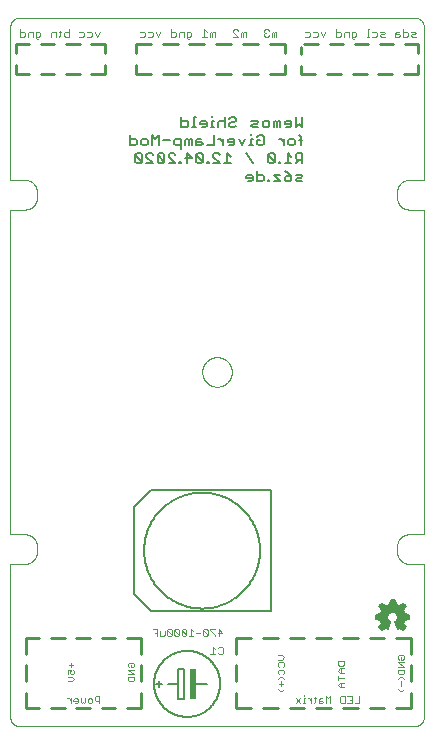
<source format=gbo>
G75*
%MOIN*%
%OFA0B0*%
%FSLAX25Y25*%
%IPPOS*%
%LPD*%
%AMOC8*
5,1,8,0,0,1.08239X$1,22.5*
%
%ADD10C,0.00400*%
%ADD11C,0.00000*%
%ADD12C,0.00600*%
%ADD13C,0.01000*%
%ADD14R,0.02000X0.10000*%
%ADD15C,0.00800*%
D10*
X0039732Y0010700D02*
X0039732Y0012168D01*
X0038998Y0012168D02*
X0038631Y0012168D01*
X0038998Y0012168D02*
X0039732Y0011434D01*
X0040658Y0011434D02*
X0042126Y0011434D01*
X0042126Y0011801D02*
X0041759Y0012168D01*
X0041025Y0012168D01*
X0040658Y0011801D01*
X0040658Y0011434D01*
X0041025Y0010700D02*
X0041759Y0010700D01*
X0042126Y0011067D01*
X0042126Y0011801D01*
X0043052Y0012168D02*
X0043052Y0011067D01*
X0043419Y0010700D01*
X0043786Y0011067D01*
X0044153Y0010700D01*
X0044520Y0011067D01*
X0044520Y0012168D01*
X0045446Y0011801D02*
X0045446Y0011067D01*
X0045813Y0010700D01*
X0046547Y0010700D01*
X0046914Y0011067D01*
X0046914Y0011801D01*
X0046547Y0012168D01*
X0045813Y0012168D01*
X0045446Y0011801D01*
X0047840Y0011801D02*
X0048207Y0011434D01*
X0049308Y0011434D01*
X0049308Y0010700D02*
X0049308Y0012902D01*
X0048207Y0012902D01*
X0047840Y0012535D01*
X0047840Y0011801D01*
X0040908Y0018578D02*
X0040174Y0017844D01*
X0038706Y0017844D01*
X0038706Y0019312D02*
X0040174Y0019312D01*
X0040908Y0018578D01*
X0040541Y0020238D02*
X0040908Y0020605D01*
X0040908Y0021339D01*
X0040541Y0021706D01*
X0039807Y0021706D02*
X0039440Y0020972D01*
X0039440Y0020605D01*
X0039807Y0020238D01*
X0040541Y0020238D01*
X0039807Y0021706D02*
X0038706Y0021706D01*
X0038706Y0020238D01*
X0039807Y0022632D02*
X0039807Y0024100D01*
X0039073Y0023366D02*
X0040541Y0023366D01*
X0058706Y0023733D02*
X0059073Y0024100D01*
X0060541Y0024100D01*
X0060908Y0023733D01*
X0060908Y0022999D01*
X0060541Y0022632D01*
X0059807Y0022632D01*
X0059807Y0023366D01*
X0059073Y0022632D02*
X0058706Y0022999D01*
X0058706Y0023733D01*
X0058706Y0021706D02*
X0060908Y0020238D01*
X0058706Y0020238D01*
X0058706Y0019312D02*
X0058706Y0018211D01*
X0059073Y0017844D01*
X0060541Y0017844D01*
X0060908Y0018211D01*
X0060908Y0019312D01*
X0058706Y0019312D01*
X0058706Y0021706D02*
X0060908Y0021706D01*
X0068602Y0033050D02*
X0068602Y0035252D01*
X0067134Y0035252D01*
X0067868Y0034151D02*
X0068602Y0034151D01*
X0069528Y0034518D02*
X0069528Y0033050D01*
X0070629Y0033050D01*
X0070996Y0033417D01*
X0070996Y0034518D01*
X0071922Y0034885D02*
X0073390Y0033417D01*
X0073023Y0033050D01*
X0072289Y0033050D01*
X0071922Y0033417D01*
X0071922Y0034885D01*
X0072289Y0035252D01*
X0073023Y0035252D01*
X0073390Y0034885D01*
X0073390Y0033417D01*
X0074316Y0033417D02*
X0074683Y0033050D01*
X0075417Y0033050D01*
X0075784Y0033417D01*
X0074316Y0034885D01*
X0074316Y0033417D01*
X0074316Y0034885D02*
X0074683Y0035252D01*
X0075417Y0035252D01*
X0075784Y0034885D01*
X0075784Y0033417D01*
X0076710Y0033417D02*
X0077077Y0033050D01*
X0077811Y0033050D01*
X0078178Y0033417D01*
X0076710Y0034885D01*
X0076710Y0033417D01*
X0076710Y0034885D02*
X0077077Y0035252D01*
X0077811Y0035252D01*
X0078178Y0034885D01*
X0078178Y0033417D01*
X0079104Y0033050D02*
X0080572Y0033050D01*
X0079838Y0033050D02*
X0079838Y0035252D01*
X0080572Y0034518D01*
X0081499Y0034151D02*
X0082966Y0034151D01*
X0083893Y0034885D02*
X0085360Y0033417D01*
X0084994Y0033050D01*
X0084260Y0033050D01*
X0083893Y0033417D01*
X0083893Y0034885D01*
X0084260Y0035252D01*
X0084994Y0035252D01*
X0085360Y0034885D01*
X0085360Y0033417D01*
X0086287Y0034885D02*
X0087755Y0033417D01*
X0087755Y0033050D01*
X0089048Y0033050D02*
X0089048Y0035252D01*
X0090149Y0034151D01*
X0088681Y0034151D01*
X0087755Y0035252D02*
X0086287Y0035252D01*
X0086287Y0034885D01*
X0087086Y0029352D02*
X0087086Y0026950D01*
X0087886Y0026950D02*
X0086285Y0026950D01*
X0087886Y0028551D02*
X0087086Y0029352D01*
X0088863Y0028952D02*
X0089264Y0029352D01*
X0090064Y0029352D01*
X0090465Y0028952D01*
X0090465Y0027350D01*
X0090064Y0026950D01*
X0089264Y0026950D01*
X0088863Y0027350D01*
X0108706Y0026600D02*
X0110174Y0026600D01*
X0110908Y0025866D01*
X0110174Y0025132D01*
X0108706Y0025132D01*
X0109073Y0024206D02*
X0108706Y0023839D01*
X0108706Y0023105D01*
X0109073Y0022738D01*
X0109073Y0021812D02*
X0108706Y0021445D01*
X0108706Y0020711D01*
X0109073Y0020344D01*
X0109440Y0019418D02*
X0108706Y0018684D01*
X0109440Y0019418D02*
X0110174Y0019418D01*
X0110908Y0018684D01*
X0109807Y0017822D02*
X0109807Y0016354D01*
X0109073Y0017088D02*
X0110541Y0017088D01*
X0110908Y0015428D02*
X0110174Y0014694D01*
X0109440Y0014694D01*
X0108706Y0015428D01*
X0110541Y0020344D02*
X0110908Y0020711D01*
X0110908Y0021445D01*
X0110541Y0021812D01*
X0109073Y0021812D01*
X0110541Y0022738D02*
X0110908Y0023105D01*
X0110908Y0023839D01*
X0110541Y0024206D01*
X0109073Y0024206D01*
X0114789Y0012168D02*
X0116257Y0010700D01*
X0117119Y0010700D02*
X0117853Y0010700D01*
X0117486Y0010700D02*
X0117486Y0012168D01*
X0117853Y0012168D01*
X0117486Y0012902D02*
X0117486Y0013269D01*
X0116257Y0012168D02*
X0114789Y0010700D01*
X0118747Y0012168D02*
X0119114Y0012168D01*
X0119848Y0011434D01*
X0119848Y0010700D02*
X0119848Y0012168D01*
X0120710Y0012168D02*
X0121444Y0012168D01*
X0121077Y0012535D02*
X0121077Y0011067D01*
X0120710Y0010700D01*
X0122370Y0010700D02*
X0122370Y0011801D01*
X0122737Y0012168D01*
X0123471Y0012168D01*
X0123471Y0011434D02*
X0122370Y0011434D01*
X0122370Y0010700D02*
X0123471Y0010700D01*
X0123838Y0011067D01*
X0123471Y0011434D01*
X0124764Y0010700D02*
X0124764Y0012902D01*
X0125498Y0012168D01*
X0126232Y0012902D01*
X0126232Y0010700D01*
X0129552Y0011067D02*
X0129552Y0012535D01*
X0129919Y0012902D01*
X0131020Y0012902D01*
X0131020Y0010700D01*
X0129919Y0010700D01*
X0129552Y0011067D01*
X0131946Y0010700D02*
X0133414Y0010700D01*
X0133414Y0012902D01*
X0131946Y0012902D01*
X0132680Y0011801D02*
X0133414Y0011801D01*
X0134340Y0010700D02*
X0135808Y0010700D01*
X0135808Y0012902D01*
X0130908Y0015950D02*
X0129440Y0015950D01*
X0128706Y0016684D01*
X0129440Y0017418D01*
X0130908Y0017418D01*
X0129807Y0017418D02*
X0129807Y0015950D01*
X0128706Y0018344D02*
X0128706Y0019812D01*
X0128706Y0019078D02*
X0130908Y0019078D01*
X0130908Y0020738D02*
X0129440Y0020738D01*
X0128706Y0021472D01*
X0129440Y0022206D01*
X0130908Y0022206D01*
X0130541Y0023132D02*
X0129073Y0023132D01*
X0128706Y0023499D01*
X0128706Y0024600D01*
X0130908Y0024600D01*
X0130908Y0023499D01*
X0130541Y0023132D01*
X0129807Y0022206D02*
X0129807Y0020738D01*
X0148706Y0020711D02*
X0148706Y0021812D01*
X0150908Y0021812D01*
X0150908Y0020711D01*
X0150541Y0020344D01*
X0149073Y0020344D01*
X0148706Y0020711D01*
X0149440Y0019418D02*
X0148706Y0018684D01*
X0149440Y0019418D02*
X0150174Y0019418D01*
X0150908Y0018684D01*
X0149807Y0017822D02*
X0149807Y0016354D01*
X0148706Y0015428D02*
X0149440Y0014694D01*
X0150174Y0014694D01*
X0150908Y0015428D01*
X0150908Y0022738D02*
X0148706Y0022738D01*
X0148706Y0024206D02*
X0150908Y0022738D01*
X0150908Y0024206D02*
X0148706Y0024206D01*
X0149073Y0025132D02*
X0148706Y0025499D01*
X0148706Y0026233D01*
X0149073Y0026600D01*
X0150541Y0026600D01*
X0150908Y0026233D01*
X0150908Y0025499D01*
X0150541Y0025132D01*
X0149807Y0025132D01*
X0149807Y0025866D01*
X0134157Y0231994D02*
X0133757Y0231994D01*
X0133357Y0232395D01*
X0133357Y0234396D01*
X0134558Y0234396D01*
X0134958Y0233996D01*
X0134958Y0233195D01*
X0134558Y0232795D01*
X0133357Y0232795D01*
X0132380Y0232795D02*
X0132380Y0234396D01*
X0131179Y0234396D01*
X0130778Y0233996D01*
X0130778Y0232795D01*
X0129802Y0233195D02*
X0129802Y0233996D01*
X0129401Y0234396D01*
X0128200Y0234396D01*
X0128200Y0235197D02*
X0128200Y0232795D01*
X0129401Y0232795D01*
X0129802Y0233195D01*
X0124645Y0234396D02*
X0123844Y0232795D01*
X0123044Y0234396D01*
X0122067Y0233996D02*
X0122067Y0233195D01*
X0121667Y0232795D01*
X0120466Y0232795D01*
X0119489Y0233195D02*
X0119489Y0233996D01*
X0119088Y0234396D01*
X0117887Y0234396D01*
X0117887Y0232795D02*
X0119088Y0232795D01*
X0119489Y0233195D01*
X0120466Y0234396D02*
X0121667Y0234396D01*
X0122067Y0233996D01*
X0108318Y0234396D02*
X0108318Y0232795D01*
X0107517Y0232795D02*
X0107517Y0233996D01*
X0107117Y0234396D01*
X0106717Y0233996D01*
X0106717Y0232795D01*
X0105740Y0233195D02*
X0105340Y0232795D01*
X0104539Y0232795D01*
X0104139Y0233195D01*
X0104139Y0233596D01*
X0104539Y0233996D01*
X0104939Y0233996D01*
X0104539Y0233996D02*
X0104139Y0234396D01*
X0104139Y0234797D01*
X0104539Y0235197D01*
X0105340Y0235197D01*
X0105740Y0234797D01*
X0107517Y0233996D02*
X0107918Y0234396D01*
X0108318Y0234396D01*
X0098005Y0234396D02*
X0098005Y0232795D01*
X0097205Y0232795D02*
X0097205Y0233996D01*
X0096804Y0234396D01*
X0096404Y0233996D01*
X0096404Y0232795D01*
X0095427Y0232795D02*
X0093826Y0234396D01*
X0093826Y0234797D01*
X0094226Y0235197D01*
X0095027Y0235197D01*
X0095427Y0234797D01*
X0097205Y0233996D02*
X0097605Y0234396D01*
X0098005Y0234396D01*
X0095427Y0232795D02*
X0093826Y0232795D01*
X0087693Y0232795D02*
X0087693Y0234396D01*
X0087292Y0234396D01*
X0086892Y0233996D01*
X0086492Y0234396D01*
X0086091Y0233996D01*
X0086091Y0232795D01*
X0086892Y0232795D02*
X0086892Y0233996D01*
X0085114Y0234396D02*
X0084314Y0235197D01*
X0084314Y0232795D01*
X0085114Y0232795D02*
X0083513Y0232795D01*
X0079958Y0233195D02*
X0079558Y0232795D01*
X0078357Y0232795D01*
X0078357Y0232395D02*
X0078357Y0234396D01*
X0079558Y0234396D01*
X0079958Y0233996D01*
X0079958Y0233195D01*
X0079157Y0231994D02*
X0078757Y0231994D01*
X0078357Y0232395D01*
X0077380Y0232795D02*
X0077380Y0234396D01*
X0076179Y0234396D01*
X0075778Y0233996D01*
X0075778Y0232795D01*
X0074802Y0233195D02*
X0074802Y0233996D01*
X0074401Y0234396D01*
X0073200Y0234396D01*
X0073200Y0235197D02*
X0073200Y0232795D01*
X0074401Y0232795D01*
X0074802Y0233195D01*
X0069645Y0234396D02*
X0068844Y0232795D01*
X0068044Y0234396D01*
X0067067Y0233996D02*
X0067067Y0233195D01*
X0066667Y0232795D01*
X0065466Y0232795D01*
X0064489Y0233195D02*
X0064088Y0232795D01*
X0062887Y0232795D01*
X0062887Y0234396D02*
X0064088Y0234396D01*
X0064489Y0233996D01*
X0064489Y0233195D01*
X0065466Y0234396D02*
X0066667Y0234396D01*
X0067067Y0233996D01*
X0049411Y0234396D02*
X0048611Y0232795D01*
X0047810Y0234396D01*
X0046833Y0233996D02*
X0046833Y0233195D01*
X0046433Y0232795D01*
X0045232Y0232795D01*
X0044255Y0233195D02*
X0044255Y0233996D01*
X0043855Y0234396D01*
X0042654Y0234396D01*
X0042654Y0232795D02*
X0043855Y0232795D01*
X0044255Y0233195D01*
X0045232Y0234396D02*
X0046433Y0234396D01*
X0046833Y0233996D01*
X0039099Y0234396D02*
X0037898Y0234396D01*
X0037497Y0233996D01*
X0037497Y0233195D01*
X0037898Y0232795D01*
X0039099Y0232795D01*
X0039099Y0235197D01*
X0036520Y0234396D02*
X0035720Y0234396D01*
X0036120Y0234797D02*
X0036120Y0233195D01*
X0035720Y0232795D01*
X0034802Y0232795D02*
X0034802Y0234396D01*
X0033601Y0234396D01*
X0033200Y0233996D01*
X0033200Y0232795D01*
X0029645Y0233195D02*
X0029245Y0232795D01*
X0028044Y0232795D01*
X0028044Y0232395D02*
X0028044Y0234396D01*
X0029245Y0234396D01*
X0029645Y0233996D01*
X0029645Y0233195D01*
X0028844Y0231994D02*
X0028444Y0231994D01*
X0028044Y0232395D01*
X0027067Y0232795D02*
X0027067Y0234396D01*
X0025866Y0234396D01*
X0025466Y0233996D01*
X0025466Y0232795D01*
X0024489Y0233195D02*
X0024489Y0233996D01*
X0024088Y0234396D01*
X0022887Y0234396D01*
X0022887Y0235197D02*
X0022887Y0232795D01*
X0024088Y0232795D01*
X0024489Y0233195D01*
X0138454Y0232795D02*
X0139255Y0232795D01*
X0138855Y0232795D02*
X0138855Y0235197D01*
X0139255Y0235197D01*
X0140232Y0234396D02*
X0141433Y0234396D01*
X0141833Y0233996D01*
X0141833Y0233195D01*
X0141433Y0232795D01*
X0140232Y0232795D01*
X0142810Y0233195D02*
X0143210Y0233596D01*
X0144011Y0233596D01*
X0144411Y0233996D01*
X0144011Y0234396D01*
X0142810Y0234396D01*
X0142810Y0233195D02*
X0143210Y0232795D01*
X0144411Y0232795D01*
X0147966Y0232795D02*
X0149167Y0232795D01*
X0149568Y0233195D01*
X0149167Y0233596D01*
X0147966Y0233596D01*
X0147966Y0233996D02*
X0147966Y0232795D01*
X0147966Y0233996D02*
X0148367Y0234396D01*
X0149167Y0234396D01*
X0150545Y0234396D02*
X0151746Y0234396D01*
X0152146Y0233996D01*
X0152146Y0233195D01*
X0151746Y0232795D01*
X0150545Y0232795D01*
X0150545Y0235197D01*
X0153123Y0234396D02*
X0154324Y0234396D01*
X0154724Y0233996D01*
X0154324Y0233596D01*
X0153523Y0233596D01*
X0153123Y0233195D01*
X0153523Y0232795D01*
X0154724Y0232795D01*
D11*
X0019610Y0057029D02*
X0019610Y0005895D01*
X0019612Y0005788D01*
X0019618Y0005681D01*
X0019627Y0005574D01*
X0019641Y0005468D01*
X0019658Y0005362D01*
X0019679Y0005257D01*
X0019703Y0005153D01*
X0019732Y0005050D01*
X0019764Y0004948D01*
X0019799Y0004847D01*
X0019838Y0004747D01*
X0019881Y0004649D01*
X0019927Y0004552D01*
X0019977Y0004457D01*
X0020030Y0004364D01*
X0020086Y0004273D01*
X0020146Y0004184D01*
X0020208Y0004097D01*
X0020274Y0004013D01*
X0020343Y0003930D01*
X0020414Y0003851D01*
X0020489Y0003774D01*
X0020566Y0003699D01*
X0020645Y0003628D01*
X0020728Y0003559D01*
X0020812Y0003493D01*
X0020899Y0003431D01*
X0020988Y0003371D01*
X0021079Y0003315D01*
X0021172Y0003262D01*
X0021267Y0003212D01*
X0021364Y0003166D01*
X0021462Y0003123D01*
X0021562Y0003084D01*
X0021663Y0003049D01*
X0021765Y0003017D01*
X0021868Y0002988D01*
X0021972Y0002964D01*
X0022077Y0002943D01*
X0022183Y0002926D01*
X0022289Y0002912D01*
X0022396Y0002903D01*
X0022503Y0002897D01*
X0022610Y0002895D01*
X0154406Y0002895D01*
X0154513Y0002897D01*
X0154620Y0002903D01*
X0154727Y0002912D01*
X0154833Y0002926D01*
X0154939Y0002943D01*
X0155044Y0002964D01*
X0155148Y0002988D01*
X0155251Y0003017D01*
X0155353Y0003049D01*
X0155454Y0003084D01*
X0155554Y0003123D01*
X0155652Y0003166D01*
X0155749Y0003212D01*
X0155844Y0003262D01*
X0155937Y0003315D01*
X0156028Y0003371D01*
X0156117Y0003431D01*
X0156204Y0003493D01*
X0156288Y0003559D01*
X0156371Y0003628D01*
X0156450Y0003699D01*
X0156527Y0003774D01*
X0156602Y0003851D01*
X0156673Y0003930D01*
X0156742Y0004013D01*
X0156808Y0004097D01*
X0156870Y0004184D01*
X0156930Y0004273D01*
X0156986Y0004364D01*
X0157039Y0004457D01*
X0157089Y0004552D01*
X0157135Y0004649D01*
X0157178Y0004747D01*
X0157217Y0004847D01*
X0157252Y0004948D01*
X0157284Y0005050D01*
X0157313Y0005153D01*
X0157337Y0005257D01*
X0157358Y0005362D01*
X0157375Y0005468D01*
X0157389Y0005574D01*
X0157398Y0005681D01*
X0157404Y0005788D01*
X0157406Y0005895D01*
X0157406Y0057029D01*
X0152485Y0057029D01*
X0152361Y0057031D01*
X0152238Y0057037D01*
X0152114Y0057046D01*
X0151992Y0057060D01*
X0151869Y0057077D01*
X0151747Y0057099D01*
X0151626Y0057124D01*
X0151506Y0057153D01*
X0151387Y0057185D01*
X0151268Y0057222D01*
X0151151Y0057262D01*
X0151036Y0057305D01*
X0150921Y0057353D01*
X0150809Y0057404D01*
X0150698Y0057458D01*
X0150588Y0057516D01*
X0150481Y0057577D01*
X0150375Y0057642D01*
X0150272Y0057710D01*
X0150171Y0057781D01*
X0150072Y0057855D01*
X0149975Y0057932D01*
X0149881Y0058013D01*
X0149790Y0058096D01*
X0149701Y0058182D01*
X0149615Y0058271D01*
X0149532Y0058362D01*
X0149451Y0058456D01*
X0149374Y0058553D01*
X0149300Y0058652D01*
X0149229Y0058753D01*
X0149161Y0058856D01*
X0149096Y0058962D01*
X0149035Y0059069D01*
X0148977Y0059179D01*
X0148923Y0059290D01*
X0148872Y0059402D01*
X0148824Y0059517D01*
X0148781Y0059632D01*
X0148741Y0059749D01*
X0148704Y0059868D01*
X0148672Y0059987D01*
X0148643Y0060107D01*
X0148618Y0060228D01*
X0148596Y0060350D01*
X0148579Y0060473D01*
X0148565Y0060595D01*
X0148556Y0060719D01*
X0148550Y0060842D01*
X0148548Y0060966D01*
X0148548Y0062934D01*
X0148550Y0063058D01*
X0148556Y0063181D01*
X0148565Y0063305D01*
X0148579Y0063427D01*
X0148596Y0063550D01*
X0148618Y0063672D01*
X0148643Y0063793D01*
X0148672Y0063913D01*
X0148704Y0064032D01*
X0148741Y0064151D01*
X0148781Y0064268D01*
X0148824Y0064383D01*
X0148872Y0064498D01*
X0148923Y0064610D01*
X0148977Y0064721D01*
X0149035Y0064831D01*
X0149096Y0064938D01*
X0149161Y0065044D01*
X0149229Y0065147D01*
X0149300Y0065248D01*
X0149374Y0065347D01*
X0149451Y0065444D01*
X0149532Y0065538D01*
X0149615Y0065629D01*
X0149701Y0065718D01*
X0149790Y0065804D01*
X0149881Y0065887D01*
X0149975Y0065968D01*
X0150072Y0066045D01*
X0150171Y0066119D01*
X0150272Y0066190D01*
X0150375Y0066258D01*
X0150481Y0066323D01*
X0150588Y0066384D01*
X0150698Y0066442D01*
X0150809Y0066496D01*
X0150921Y0066547D01*
X0151036Y0066595D01*
X0151151Y0066638D01*
X0151268Y0066678D01*
X0151387Y0066715D01*
X0151506Y0066747D01*
X0151626Y0066776D01*
X0151747Y0066801D01*
X0151869Y0066823D01*
X0151992Y0066840D01*
X0152114Y0066854D01*
X0152238Y0066863D01*
X0152361Y0066869D01*
X0152485Y0066871D01*
X0157406Y0066871D01*
X0157406Y0175139D01*
X0152485Y0175139D01*
X0152361Y0175141D01*
X0152238Y0175147D01*
X0152114Y0175156D01*
X0151992Y0175170D01*
X0151869Y0175187D01*
X0151747Y0175209D01*
X0151626Y0175234D01*
X0151506Y0175263D01*
X0151387Y0175295D01*
X0151268Y0175332D01*
X0151151Y0175372D01*
X0151036Y0175415D01*
X0150921Y0175463D01*
X0150809Y0175514D01*
X0150698Y0175568D01*
X0150588Y0175626D01*
X0150481Y0175687D01*
X0150375Y0175752D01*
X0150272Y0175820D01*
X0150171Y0175891D01*
X0150072Y0175965D01*
X0149975Y0176042D01*
X0149881Y0176123D01*
X0149790Y0176206D01*
X0149701Y0176292D01*
X0149615Y0176381D01*
X0149532Y0176472D01*
X0149451Y0176566D01*
X0149374Y0176663D01*
X0149300Y0176762D01*
X0149229Y0176863D01*
X0149161Y0176966D01*
X0149096Y0177072D01*
X0149035Y0177179D01*
X0148977Y0177289D01*
X0148923Y0177400D01*
X0148872Y0177512D01*
X0148824Y0177627D01*
X0148781Y0177742D01*
X0148741Y0177859D01*
X0148704Y0177978D01*
X0148672Y0178097D01*
X0148643Y0178217D01*
X0148618Y0178338D01*
X0148596Y0178460D01*
X0148579Y0178583D01*
X0148565Y0178705D01*
X0148556Y0178829D01*
X0148550Y0178952D01*
X0148548Y0179076D01*
X0148548Y0181045D01*
X0148550Y0181169D01*
X0148556Y0181292D01*
X0148565Y0181416D01*
X0148579Y0181538D01*
X0148596Y0181661D01*
X0148618Y0181783D01*
X0148643Y0181904D01*
X0148672Y0182024D01*
X0148704Y0182143D01*
X0148741Y0182262D01*
X0148781Y0182379D01*
X0148824Y0182494D01*
X0148872Y0182609D01*
X0148923Y0182721D01*
X0148977Y0182832D01*
X0149035Y0182942D01*
X0149096Y0183049D01*
X0149161Y0183155D01*
X0149229Y0183258D01*
X0149300Y0183359D01*
X0149374Y0183458D01*
X0149451Y0183555D01*
X0149532Y0183649D01*
X0149615Y0183740D01*
X0149701Y0183829D01*
X0149790Y0183915D01*
X0149881Y0183998D01*
X0149975Y0184079D01*
X0150072Y0184156D01*
X0150171Y0184230D01*
X0150272Y0184301D01*
X0150375Y0184369D01*
X0150481Y0184434D01*
X0150588Y0184495D01*
X0150698Y0184553D01*
X0150809Y0184607D01*
X0150921Y0184658D01*
X0151036Y0184706D01*
X0151151Y0184749D01*
X0151268Y0184789D01*
X0151387Y0184826D01*
X0151506Y0184858D01*
X0151626Y0184887D01*
X0151747Y0184912D01*
X0151869Y0184934D01*
X0151992Y0184951D01*
X0152114Y0184965D01*
X0152238Y0184974D01*
X0152361Y0184980D01*
X0152485Y0184982D01*
X0157406Y0184982D01*
X0157406Y0236130D01*
X0157404Y0236237D01*
X0157398Y0236344D01*
X0157388Y0236450D01*
X0157374Y0236556D01*
X0157357Y0236662D01*
X0157336Y0236766D01*
X0157311Y0236870D01*
X0157283Y0236973D01*
X0157251Y0237075D01*
X0157215Y0237176D01*
X0157175Y0237275D01*
X0157133Y0237373D01*
X0157086Y0237469D01*
X0157036Y0237564D01*
X0156983Y0237656D01*
X0156927Y0237747D01*
X0156867Y0237836D01*
X0156805Y0237922D01*
X0156739Y0238007D01*
X0156670Y0238088D01*
X0156599Y0238168D01*
X0156524Y0238244D01*
X0156447Y0238319D01*
X0156368Y0238390D01*
X0156285Y0238458D01*
X0156201Y0238523D01*
X0156114Y0238586D01*
X0156025Y0238645D01*
X0155934Y0238701D01*
X0155841Y0238753D01*
X0155746Y0238803D01*
X0155650Y0238849D01*
X0155552Y0238891D01*
X0155452Y0238930D01*
X0155351Y0238965D01*
X0155249Y0238997D01*
X0155146Y0239025D01*
X0155042Y0239049D01*
X0154937Y0239070D01*
X0154832Y0239087D01*
X0154726Y0239100D01*
X0154619Y0239109D01*
X0154513Y0239114D01*
X0154406Y0239116D01*
X0154406Y0239115D02*
X0022610Y0239115D01*
X0022610Y0239116D02*
X0022503Y0239114D01*
X0022397Y0239109D01*
X0022290Y0239100D01*
X0022184Y0239087D01*
X0022079Y0239070D01*
X0021974Y0239049D01*
X0021870Y0239025D01*
X0021767Y0238997D01*
X0021665Y0238965D01*
X0021564Y0238930D01*
X0021464Y0238891D01*
X0021366Y0238849D01*
X0021270Y0238803D01*
X0021175Y0238753D01*
X0021082Y0238701D01*
X0020991Y0238645D01*
X0020902Y0238586D01*
X0020815Y0238523D01*
X0020731Y0238458D01*
X0020648Y0238390D01*
X0020569Y0238319D01*
X0020492Y0238244D01*
X0020417Y0238168D01*
X0020346Y0238088D01*
X0020277Y0238007D01*
X0020211Y0237922D01*
X0020149Y0237836D01*
X0020089Y0237747D01*
X0020033Y0237656D01*
X0019980Y0237564D01*
X0019930Y0237469D01*
X0019883Y0237373D01*
X0019841Y0237275D01*
X0019801Y0237176D01*
X0019765Y0237075D01*
X0019733Y0236973D01*
X0019705Y0236870D01*
X0019680Y0236766D01*
X0019659Y0236662D01*
X0019642Y0236556D01*
X0019628Y0236450D01*
X0019618Y0236344D01*
X0019612Y0236237D01*
X0019610Y0236130D01*
X0019610Y0184982D01*
X0024532Y0184982D01*
X0024656Y0184980D01*
X0024779Y0184974D01*
X0024903Y0184965D01*
X0025025Y0184951D01*
X0025148Y0184934D01*
X0025270Y0184912D01*
X0025391Y0184887D01*
X0025511Y0184858D01*
X0025630Y0184826D01*
X0025749Y0184789D01*
X0025866Y0184749D01*
X0025981Y0184706D01*
X0026096Y0184658D01*
X0026208Y0184607D01*
X0026319Y0184553D01*
X0026429Y0184495D01*
X0026536Y0184434D01*
X0026642Y0184369D01*
X0026745Y0184301D01*
X0026846Y0184230D01*
X0026945Y0184156D01*
X0027042Y0184079D01*
X0027136Y0183998D01*
X0027227Y0183915D01*
X0027316Y0183829D01*
X0027402Y0183740D01*
X0027485Y0183649D01*
X0027566Y0183555D01*
X0027643Y0183458D01*
X0027717Y0183359D01*
X0027788Y0183258D01*
X0027856Y0183155D01*
X0027921Y0183049D01*
X0027982Y0182942D01*
X0028040Y0182832D01*
X0028094Y0182721D01*
X0028145Y0182609D01*
X0028193Y0182494D01*
X0028236Y0182379D01*
X0028276Y0182262D01*
X0028313Y0182143D01*
X0028345Y0182024D01*
X0028374Y0181904D01*
X0028399Y0181783D01*
X0028421Y0181661D01*
X0028438Y0181538D01*
X0028452Y0181416D01*
X0028461Y0181292D01*
X0028467Y0181169D01*
X0028469Y0181045D01*
X0028469Y0179076D01*
X0028467Y0178952D01*
X0028461Y0178829D01*
X0028452Y0178705D01*
X0028438Y0178583D01*
X0028421Y0178460D01*
X0028399Y0178338D01*
X0028374Y0178217D01*
X0028345Y0178097D01*
X0028313Y0177978D01*
X0028276Y0177859D01*
X0028236Y0177742D01*
X0028193Y0177627D01*
X0028145Y0177512D01*
X0028094Y0177400D01*
X0028040Y0177289D01*
X0027982Y0177179D01*
X0027921Y0177072D01*
X0027856Y0176966D01*
X0027788Y0176863D01*
X0027717Y0176762D01*
X0027643Y0176663D01*
X0027566Y0176566D01*
X0027485Y0176472D01*
X0027402Y0176381D01*
X0027316Y0176292D01*
X0027227Y0176206D01*
X0027136Y0176123D01*
X0027042Y0176042D01*
X0026945Y0175965D01*
X0026846Y0175891D01*
X0026745Y0175820D01*
X0026642Y0175752D01*
X0026536Y0175687D01*
X0026429Y0175626D01*
X0026319Y0175568D01*
X0026208Y0175514D01*
X0026096Y0175463D01*
X0025981Y0175415D01*
X0025866Y0175372D01*
X0025749Y0175332D01*
X0025630Y0175295D01*
X0025511Y0175263D01*
X0025391Y0175234D01*
X0025270Y0175209D01*
X0025148Y0175187D01*
X0025025Y0175170D01*
X0024903Y0175156D01*
X0024779Y0175147D01*
X0024656Y0175141D01*
X0024532Y0175139D01*
X0019610Y0175139D01*
X0019610Y0066871D01*
X0024532Y0066871D01*
X0024656Y0066869D01*
X0024779Y0066863D01*
X0024903Y0066854D01*
X0025025Y0066840D01*
X0025148Y0066823D01*
X0025270Y0066801D01*
X0025391Y0066776D01*
X0025511Y0066747D01*
X0025630Y0066715D01*
X0025749Y0066678D01*
X0025866Y0066638D01*
X0025981Y0066595D01*
X0026096Y0066547D01*
X0026208Y0066496D01*
X0026319Y0066442D01*
X0026429Y0066384D01*
X0026536Y0066323D01*
X0026642Y0066258D01*
X0026745Y0066190D01*
X0026846Y0066119D01*
X0026945Y0066045D01*
X0027042Y0065968D01*
X0027136Y0065887D01*
X0027227Y0065804D01*
X0027316Y0065718D01*
X0027402Y0065629D01*
X0027485Y0065538D01*
X0027566Y0065444D01*
X0027643Y0065347D01*
X0027717Y0065248D01*
X0027788Y0065147D01*
X0027856Y0065044D01*
X0027921Y0064938D01*
X0027982Y0064831D01*
X0028040Y0064721D01*
X0028094Y0064610D01*
X0028145Y0064498D01*
X0028193Y0064383D01*
X0028236Y0064268D01*
X0028276Y0064151D01*
X0028313Y0064032D01*
X0028345Y0063913D01*
X0028374Y0063793D01*
X0028399Y0063672D01*
X0028421Y0063550D01*
X0028438Y0063427D01*
X0028452Y0063305D01*
X0028461Y0063181D01*
X0028467Y0063058D01*
X0028469Y0062934D01*
X0028469Y0060966D01*
X0028467Y0060842D01*
X0028461Y0060719D01*
X0028452Y0060595D01*
X0028438Y0060473D01*
X0028421Y0060350D01*
X0028399Y0060228D01*
X0028374Y0060107D01*
X0028345Y0059987D01*
X0028313Y0059868D01*
X0028276Y0059749D01*
X0028236Y0059632D01*
X0028193Y0059517D01*
X0028145Y0059402D01*
X0028094Y0059290D01*
X0028040Y0059179D01*
X0027982Y0059069D01*
X0027921Y0058962D01*
X0027856Y0058856D01*
X0027788Y0058753D01*
X0027717Y0058652D01*
X0027643Y0058553D01*
X0027566Y0058456D01*
X0027485Y0058362D01*
X0027402Y0058271D01*
X0027316Y0058182D01*
X0027227Y0058096D01*
X0027136Y0058013D01*
X0027042Y0057932D01*
X0026945Y0057855D01*
X0026846Y0057781D01*
X0026745Y0057710D01*
X0026642Y0057642D01*
X0026536Y0057577D01*
X0026429Y0057516D01*
X0026319Y0057458D01*
X0026208Y0057404D01*
X0026096Y0057353D01*
X0025981Y0057305D01*
X0025866Y0057262D01*
X0025749Y0057222D01*
X0025630Y0057185D01*
X0025511Y0057153D01*
X0025391Y0057124D01*
X0025270Y0057099D01*
X0025148Y0057077D01*
X0025025Y0057060D01*
X0024903Y0057046D01*
X0024779Y0057037D01*
X0024656Y0057031D01*
X0024532Y0057029D01*
X0019610Y0057029D01*
X0083587Y0121005D02*
X0083589Y0121145D01*
X0083595Y0121285D01*
X0083605Y0121424D01*
X0083619Y0121563D01*
X0083637Y0121702D01*
X0083658Y0121840D01*
X0083684Y0121978D01*
X0083714Y0122115D01*
X0083747Y0122250D01*
X0083785Y0122385D01*
X0083826Y0122519D01*
X0083871Y0122652D01*
X0083919Y0122783D01*
X0083972Y0122912D01*
X0084028Y0123041D01*
X0084087Y0123167D01*
X0084151Y0123292D01*
X0084217Y0123415D01*
X0084288Y0123536D01*
X0084361Y0123655D01*
X0084438Y0123772D01*
X0084519Y0123886D01*
X0084602Y0123998D01*
X0084689Y0124108D01*
X0084779Y0124216D01*
X0084871Y0124320D01*
X0084967Y0124422D01*
X0085066Y0124522D01*
X0085167Y0124618D01*
X0085271Y0124712D01*
X0085378Y0124802D01*
X0085487Y0124889D01*
X0085599Y0124974D01*
X0085713Y0125055D01*
X0085829Y0125133D01*
X0085947Y0125207D01*
X0086068Y0125278D01*
X0086190Y0125346D01*
X0086315Y0125410D01*
X0086441Y0125471D01*
X0086568Y0125528D01*
X0086698Y0125581D01*
X0086829Y0125631D01*
X0086961Y0125676D01*
X0087094Y0125719D01*
X0087229Y0125757D01*
X0087364Y0125791D01*
X0087501Y0125822D01*
X0087638Y0125849D01*
X0087776Y0125871D01*
X0087915Y0125890D01*
X0088054Y0125905D01*
X0088193Y0125916D01*
X0088333Y0125923D01*
X0088473Y0125926D01*
X0088613Y0125925D01*
X0088753Y0125920D01*
X0088892Y0125911D01*
X0089032Y0125898D01*
X0089171Y0125881D01*
X0089309Y0125860D01*
X0089447Y0125836D01*
X0089584Y0125807D01*
X0089720Y0125775D01*
X0089855Y0125738D01*
X0089989Y0125698D01*
X0090122Y0125654D01*
X0090253Y0125606D01*
X0090383Y0125555D01*
X0090512Y0125500D01*
X0090639Y0125441D01*
X0090764Y0125378D01*
X0090887Y0125313D01*
X0091009Y0125243D01*
X0091128Y0125170D01*
X0091246Y0125094D01*
X0091361Y0125015D01*
X0091474Y0124932D01*
X0091584Y0124846D01*
X0091692Y0124757D01*
X0091797Y0124665D01*
X0091900Y0124570D01*
X0092000Y0124472D01*
X0092097Y0124372D01*
X0092191Y0124268D01*
X0092283Y0124162D01*
X0092371Y0124054D01*
X0092456Y0123943D01*
X0092538Y0123829D01*
X0092617Y0123713D01*
X0092692Y0123596D01*
X0092764Y0123476D01*
X0092832Y0123354D01*
X0092897Y0123230D01*
X0092959Y0123104D01*
X0093017Y0122977D01*
X0093071Y0122848D01*
X0093122Y0122717D01*
X0093168Y0122585D01*
X0093211Y0122452D01*
X0093251Y0122318D01*
X0093286Y0122183D01*
X0093318Y0122046D01*
X0093345Y0121909D01*
X0093369Y0121771D01*
X0093389Y0121633D01*
X0093405Y0121494D01*
X0093417Y0121354D01*
X0093425Y0121215D01*
X0093429Y0121075D01*
X0093429Y0120935D01*
X0093425Y0120795D01*
X0093417Y0120656D01*
X0093405Y0120516D01*
X0093389Y0120377D01*
X0093369Y0120239D01*
X0093345Y0120101D01*
X0093318Y0119964D01*
X0093286Y0119827D01*
X0093251Y0119692D01*
X0093211Y0119558D01*
X0093168Y0119425D01*
X0093122Y0119293D01*
X0093071Y0119162D01*
X0093017Y0119033D01*
X0092959Y0118906D01*
X0092897Y0118780D01*
X0092832Y0118656D01*
X0092764Y0118534D01*
X0092692Y0118414D01*
X0092617Y0118297D01*
X0092538Y0118181D01*
X0092456Y0118067D01*
X0092371Y0117956D01*
X0092283Y0117848D01*
X0092191Y0117742D01*
X0092097Y0117638D01*
X0092000Y0117538D01*
X0091900Y0117440D01*
X0091797Y0117345D01*
X0091692Y0117253D01*
X0091584Y0117164D01*
X0091474Y0117078D01*
X0091361Y0116995D01*
X0091246Y0116916D01*
X0091128Y0116840D01*
X0091009Y0116767D01*
X0090887Y0116697D01*
X0090764Y0116632D01*
X0090639Y0116569D01*
X0090512Y0116510D01*
X0090383Y0116455D01*
X0090253Y0116404D01*
X0090122Y0116356D01*
X0089989Y0116312D01*
X0089855Y0116272D01*
X0089720Y0116235D01*
X0089584Y0116203D01*
X0089447Y0116174D01*
X0089309Y0116150D01*
X0089171Y0116129D01*
X0089032Y0116112D01*
X0088892Y0116099D01*
X0088753Y0116090D01*
X0088613Y0116085D01*
X0088473Y0116084D01*
X0088333Y0116087D01*
X0088193Y0116094D01*
X0088054Y0116105D01*
X0087915Y0116120D01*
X0087776Y0116139D01*
X0087638Y0116161D01*
X0087501Y0116188D01*
X0087364Y0116219D01*
X0087229Y0116253D01*
X0087094Y0116291D01*
X0086961Y0116334D01*
X0086829Y0116379D01*
X0086698Y0116429D01*
X0086568Y0116482D01*
X0086441Y0116539D01*
X0086315Y0116600D01*
X0086190Y0116664D01*
X0086068Y0116732D01*
X0085947Y0116803D01*
X0085829Y0116877D01*
X0085713Y0116955D01*
X0085599Y0117036D01*
X0085487Y0117121D01*
X0085378Y0117208D01*
X0085271Y0117298D01*
X0085167Y0117392D01*
X0085066Y0117488D01*
X0084967Y0117588D01*
X0084871Y0117690D01*
X0084779Y0117794D01*
X0084689Y0117902D01*
X0084602Y0118012D01*
X0084519Y0118124D01*
X0084438Y0118238D01*
X0084361Y0118355D01*
X0084288Y0118474D01*
X0084217Y0118595D01*
X0084151Y0118718D01*
X0084087Y0118843D01*
X0084028Y0118969D01*
X0083972Y0119098D01*
X0083919Y0119227D01*
X0083871Y0119358D01*
X0083826Y0119491D01*
X0083785Y0119625D01*
X0083747Y0119760D01*
X0083714Y0119895D01*
X0083684Y0120032D01*
X0083658Y0120170D01*
X0083637Y0120308D01*
X0083619Y0120447D01*
X0083605Y0120586D01*
X0083595Y0120725D01*
X0083589Y0120865D01*
X0083587Y0121005D01*
D12*
X0098708Y0184500D02*
X0099842Y0184500D01*
X0100409Y0185067D01*
X0100409Y0186201D01*
X0099842Y0186769D01*
X0098708Y0186769D01*
X0098140Y0186201D01*
X0098140Y0185634D01*
X0100409Y0185634D01*
X0101824Y0184500D02*
X0103525Y0184500D01*
X0104092Y0185067D01*
X0104092Y0186201D01*
X0103525Y0186769D01*
X0101824Y0186769D01*
X0101824Y0187903D02*
X0101824Y0184500D01*
X0105367Y0184500D02*
X0105934Y0184500D01*
X0105934Y0185067D01*
X0105367Y0185067D01*
X0105367Y0184500D01*
X0107348Y0184500D02*
X0109617Y0184500D01*
X0107348Y0186769D01*
X0109617Y0186769D01*
X0111031Y0187903D02*
X0112166Y0187336D01*
X0113300Y0186201D01*
X0111599Y0186201D01*
X0111031Y0185634D01*
X0111031Y0185067D01*
X0111599Y0184500D01*
X0112733Y0184500D01*
X0113300Y0185067D01*
X0113300Y0186201D01*
X0114715Y0186769D02*
X0116416Y0186769D01*
X0116983Y0186201D01*
X0116416Y0185634D01*
X0115282Y0185634D01*
X0114715Y0185067D01*
X0115282Y0184500D01*
X0116983Y0184500D01*
X0116983Y0190500D02*
X0116983Y0193903D01*
X0115282Y0193903D01*
X0114715Y0193336D01*
X0114715Y0192201D01*
X0115282Y0191634D01*
X0116983Y0191634D01*
X0115849Y0191634D02*
X0114715Y0190500D01*
X0113300Y0190500D02*
X0111031Y0190500D01*
X0112166Y0190500D02*
X0112166Y0193903D01*
X0113300Y0192769D01*
X0112826Y0196500D02*
X0112259Y0197067D01*
X0112259Y0198201D01*
X0112826Y0198769D01*
X0113961Y0198769D01*
X0114528Y0198201D01*
X0114528Y0197067D01*
X0113961Y0196500D01*
X0112826Y0196500D01*
X0110845Y0196500D02*
X0110845Y0198769D01*
X0110845Y0197634D02*
X0109710Y0198769D01*
X0109143Y0198769D01*
X0109617Y0202500D02*
X0109617Y0204769D01*
X0109050Y0204769D01*
X0108483Y0204201D01*
X0107915Y0204769D01*
X0107348Y0204201D01*
X0107348Y0202500D01*
X0108483Y0202500D02*
X0108483Y0204201D01*
X0111031Y0204201D02*
X0111031Y0203634D01*
X0113300Y0203634D01*
X0113300Y0203067D02*
X0113300Y0204201D01*
X0112733Y0204769D01*
X0111599Y0204769D01*
X0111031Y0204201D01*
X0111599Y0202500D02*
X0112733Y0202500D01*
X0113300Y0203067D01*
X0114715Y0202500D02*
X0114715Y0205903D01*
X0116983Y0205903D02*
X0116983Y0202500D01*
X0115849Y0203634D01*
X0114715Y0202500D01*
X0115849Y0199903D02*
X0116416Y0199336D01*
X0116416Y0196500D01*
X0116983Y0198201D02*
X0115849Y0198201D01*
X0109617Y0191067D02*
X0109050Y0191067D01*
X0109050Y0190500D01*
X0109617Y0190500D01*
X0109617Y0191067D01*
X0107775Y0191067D02*
X0107775Y0193336D01*
X0107208Y0193903D01*
X0106074Y0193903D01*
X0105507Y0193336D01*
X0107775Y0191067D01*
X0107208Y0190500D01*
X0106074Y0190500D01*
X0105507Y0191067D01*
X0105507Y0193336D01*
X0103525Y0196500D02*
X0102391Y0196500D01*
X0101824Y0197067D01*
X0101824Y0198201D01*
X0102958Y0198201D01*
X0104092Y0197067D02*
X0104092Y0199336D01*
X0103525Y0199903D01*
X0102391Y0199903D01*
X0101824Y0199336D01*
X0100409Y0198769D02*
X0099842Y0198769D01*
X0099842Y0196500D01*
X0100409Y0196500D02*
X0099275Y0196500D01*
X0096819Y0196500D02*
X0097954Y0198769D01*
X0099842Y0199903D02*
X0099842Y0200470D01*
X0100549Y0202500D02*
X0099982Y0203067D01*
X0100549Y0203634D01*
X0101683Y0203634D01*
X0102251Y0204201D01*
X0101683Y0204769D01*
X0099982Y0204769D01*
X0100549Y0202500D02*
X0102251Y0202500D01*
X0103665Y0203067D02*
X0103665Y0204201D01*
X0104232Y0204769D01*
X0105367Y0204769D01*
X0105934Y0204201D01*
X0105934Y0203067D01*
X0105367Y0202500D01*
X0104232Y0202500D01*
X0103665Y0203067D01*
X0104092Y0197067D02*
X0103525Y0196500D01*
X0098140Y0193903D02*
X0100409Y0190500D01*
X0096819Y0196500D02*
X0095685Y0198769D01*
X0094270Y0198201D02*
X0093703Y0198769D01*
X0092569Y0198769D01*
X0092002Y0198201D01*
X0092002Y0197634D01*
X0094270Y0197634D01*
X0094270Y0197067D02*
X0094270Y0198201D01*
X0094270Y0197067D02*
X0093703Y0196500D01*
X0092569Y0196500D01*
X0090587Y0196500D02*
X0090587Y0198769D01*
X0089453Y0198769D02*
X0090587Y0197634D01*
X0089453Y0198769D02*
X0088886Y0198769D01*
X0087518Y0199903D02*
X0087518Y0196500D01*
X0085249Y0196500D01*
X0083835Y0197067D02*
X0083268Y0197634D01*
X0081566Y0197634D01*
X0081566Y0198201D02*
X0081566Y0196500D01*
X0083268Y0196500D01*
X0083835Y0197067D01*
X0083268Y0198769D02*
X0082133Y0198769D01*
X0081566Y0198201D01*
X0080152Y0198769D02*
X0080152Y0196500D01*
X0079017Y0196500D02*
X0079017Y0198201D01*
X0078450Y0198769D01*
X0077883Y0198201D01*
X0077883Y0196500D01*
X0076469Y0196500D02*
X0074767Y0196500D01*
X0074200Y0197067D01*
X0074200Y0198201D01*
X0074767Y0198769D01*
X0076469Y0198769D01*
X0076469Y0195366D01*
X0078450Y0193903D02*
X0080152Y0192201D01*
X0077883Y0192201D01*
X0078450Y0190500D02*
X0078450Y0193903D01*
X0076469Y0191067D02*
X0075901Y0191067D01*
X0075901Y0190500D01*
X0076469Y0190500D01*
X0076469Y0191067D01*
X0074627Y0190500D02*
X0072358Y0192769D01*
X0072358Y0193336D01*
X0072926Y0193903D01*
X0074060Y0193903D01*
X0074627Y0193336D01*
X0074627Y0190500D02*
X0072358Y0190500D01*
X0070944Y0191067D02*
X0068675Y0193336D01*
X0068675Y0191067D01*
X0069242Y0190500D01*
X0070377Y0190500D01*
X0070944Y0191067D01*
X0070944Y0193336D01*
X0070377Y0193903D01*
X0069242Y0193903D01*
X0068675Y0193336D01*
X0067261Y0193336D02*
X0066694Y0193903D01*
X0065559Y0193903D01*
X0064992Y0193336D01*
X0064992Y0192769D01*
X0067261Y0190500D01*
X0064992Y0190500D01*
X0063578Y0191067D02*
X0063578Y0193336D01*
X0063010Y0193903D01*
X0061876Y0193903D01*
X0061309Y0193336D01*
X0063578Y0191067D01*
X0063010Y0190500D01*
X0061876Y0190500D01*
X0061309Y0191067D01*
X0061309Y0193336D01*
X0061169Y0196500D02*
X0059467Y0196500D01*
X0059467Y0199903D01*
X0059467Y0198769D02*
X0061169Y0198769D01*
X0061736Y0198201D01*
X0061736Y0197067D01*
X0061169Y0196500D01*
X0063151Y0197067D02*
X0063151Y0198201D01*
X0063718Y0198769D01*
X0064852Y0198769D01*
X0065419Y0198201D01*
X0065419Y0197067D01*
X0064852Y0196500D01*
X0063718Y0196500D01*
X0063151Y0197067D01*
X0066834Y0196500D02*
X0066834Y0199903D01*
X0067968Y0198769D01*
X0069102Y0199903D01*
X0069102Y0196500D01*
X0070517Y0198201D02*
X0072785Y0198201D01*
X0076655Y0202500D02*
X0078357Y0202500D01*
X0078924Y0203067D01*
X0078924Y0204201D01*
X0078357Y0204769D01*
X0076655Y0204769D01*
X0076655Y0205903D02*
X0076655Y0202500D01*
X0079585Y0198769D02*
X0079017Y0198201D01*
X0079585Y0198769D02*
X0080152Y0198769D01*
X0080245Y0202500D02*
X0081379Y0202500D01*
X0080812Y0202500D02*
X0080812Y0205903D01*
X0081379Y0205903D01*
X0082794Y0204201D02*
X0082794Y0203634D01*
X0085063Y0203634D01*
X0085063Y0203067D02*
X0085063Y0204201D01*
X0084495Y0204769D01*
X0083361Y0204769D01*
X0082794Y0204201D01*
X0083361Y0202500D02*
X0084495Y0202500D01*
X0085063Y0203067D01*
X0086384Y0202500D02*
X0087518Y0202500D01*
X0086951Y0202500D02*
X0086951Y0204769D01*
X0087518Y0204769D01*
X0086951Y0205903D02*
X0086951Y0206470D01*
X0088933Y0204201D02*
X0088933Y0202500D01*
X0088933Y0204201D02*
X0089500Y0204769D01*
X0090634Y0204769D01*
X0091201Y0204201D01*
X0092616Y0203634D02*
X0092616Y0203067D01*
X0093183Y0202500D01*
X0094317Y0202500D01*
X0094884Y0203067D01*
X0094317Y0204201D02*
X0093183Y0204201D01*
X0092616Y0203634D01*
X0092616Y0205336D02*
X0093183Y0205903D01*
X0094317Y0205903D01*
X0094884Y0205336D01*
X0094884Y0204769D01*
X0094317Y0204201D01*
X0091201Y0205903D02*
X0091201Y0202500D01*
X0091908Y0193903D02*
X0091908Y0190500D01*
X0090774Y0190500D02*
X0093043Y0190500D01*
X0093043Y0192769D02*
X0091908Y0193903D01*
X0089360Y0193336D02*
X0088792Y0193903D01*
X0087658Y0193903D01*
X0087091Y0193336D01*
X0087091Y0192769D01*
X0089360Y0190500D01*
X0087091Y0190500D01*
X0085676Y0190500D02*
X0085109Y0190500D01*
X0085109Y0191067D01*
X0085676Y0191067D01*
X0085676Y0190500D01*
X0083835Y0191067D02*
X0083835Y0193336D01*
X0083268Y0193903D01*
X0082133Y0193903D01*
X0081566Y0193336D01*
X0083835Y0191067D01*
X0083268Y0190500D01*
X0082133Y0190500D01*
X0081566Y0191067D01*
X0081566Y0193336D01*
X0146433Y0044924D02*
X0146133Y0043324D01*
X0144933Y0042824D01*
X0143533Y0043724D01*
X0142633Y0042824D01*
X0143533Y0041524D01*
X0143033Y0040324D01*
X0141533Y0040024D01*
X0141533Y0038724D01*
X0142933Y0038424D01*
X0143533Y0037124D01*
X0142633Y0035824D01*
X0143533Y0034924D01*
X0144733Y0035724D01*
X0145333Y0035424D01*
X0146233Y0037724D01*
X0145633Y0037424D02*
X0144633Y0039424D01*
X0145633Y0040924D01*
X0147133Y0041424D01*
X0148633Y0040924D01*
X0149133Y0039424D01*
X0148633Y0037924D01*
X0148133Y0037424D01*
X0149133Y0035924D01*
X0150633Y0035424D01*
X0151133Y0035924D01*
X0150133Y0037424D01*
X0151133Y0038924D01*
X0152133Y0038924D01*
X0152133Y0039924D01*
X0150633Y0039924D01*
X0150133Y0041424D01*
X0151133Y0042924D01*
X0150633Y0043424D01*
X0149133Y0042424D01*
X0147633Y0043424D01*
X0147633Y0044424D01*
X0146633Y0044424D01*
X0146133Y0042924D01*
X0144633Y0042424D01*
X0143633Y0043424D01*
X0143133Y0042924D01*
X0143633Y0041424D01*
X0143133Y0039924D01*
X0141633Y0039924D01*
X0142133Y0038924D01*
X0143633Y0038424D01*
X0143633Y0036924D01*
X0143133Y0035924D01*
X0143633Y0035424D01*
X0144633Y0035924D01*
X0145133Y0035924D01*
X0145633Y0037424D01*
X0145540Y0037609D02*
X0143633Y0037609D01*
X0143633Y0038207D02*
X0145241Y0038207D01*
X0144942Y0038806D02*
X0142489Y0038806D01*
X0141893Y0039404D02*
X0144643Y0039404D01*
X0145018Y0040003D02*
X0143159Y0040003D01*
X0143358Y0040601D02*
X0145417Y0040601D01*
X0146459Y0041200D02*
X0143558Y0041200D01*
X0143508Y0041798D02*
X0150382Y0041798D01*
X0150533Y0041524D02*
X0151433Y0042824D01*
X0150533Y0043724D01*
X0149233Y0042824D01*
X0148033Y0043324D01*
X0147733Y0044924D01*
X0146433Y0044924D01*
X0146555Y0044192D02*
X0147633Y0044192D01*
X0147633Y0043594D02*
X0146356Y0043594D01*
X0146156Y0042995D02*
X0148276Y0042995D01*
X0149989Y0042995D02*
X0151062Y0042995D01*
X0150781Y0042397D02*
X0143308Y0042397D01*
X0143203Y0042995D02*
X0144062Y0042995D01*
X0146233Y0037724D02*
X0146159Y0037763D01*
X0146086Y0037806D01*
X0146016Y0037852D01*
X0145948Y0037902D01*
X0145882Y0037954D01*
X0145819Y0038010D01*
X0145759Y0038068D01*
X0145701Y0038129D01*
X0145647Y0038193D01*
X0145595Y0038259D01*
X0145547Y0038328D01*
X0145502Y0038399D01*
X0145460Y0038472D01*
X0145422Y0038547D01*
X0145387Y0038623D01*
X0145356Y0038701D01*
X0145328Y0038781D01*
X0145305Y0038862D01*
X0145285Y0038943D01*
X0145269Y0039026D01*
X0145257Y0039109D01*
X0145249Y0039193D01*
X0145245Y0039276D01*
X0145244Y0039361D01*
X0145248Y0039444D01*
X0145256Y0039528D01*
X0145267Y0039611D01*
X0145283Y0039694D01*
X0145302Y0039776D01*
X0145325Y0039857D01*
X0145352Y0039936D01*
X0145383Y0040015D01*
X0145417Y0040091D01*
X0145455Y0040166D01*
X0145496Y0040239D01*
X0145541Y0040311D01*
X0145589Y0040380D01*
X0145640Y0040446D01*
X0145694Y0040511D01*
X0145751Y0040572D01*
X0145811Y0040631D01*
X0145874Y0040687D01*
X0145939Y0040740D01*
X0146007Y0040790D01*
X0146077Y0040836D01*
X0146149Y0040879D01*
X0146223Y0040919D01*
X0146299Y0040955D01*
X0146376Y0040988D01*
X0146455Y0041017D01*
X0146535Y0041042D01*
X0146617Y0041064D01*
X0146699Y0041082D01*
X0146782Y0041095D01*
X0146865Y0041105D01*
X0146949Y0041111D01*
X0147033Y0041113D01*
X0147117Y0041111D01*
X0147201Y0041105D01*
X0147284Y0041095D01*
X0147367Y0041082D01*
X0147449Y0041064D01*
X0147531Y0041042D01*
X0147611Y0041017D01*
X0147690Y0040988D01*
X0147767Y0040955D01*
X0147843Y0040919D01*
X0147917Y0040879D01*
X0147989Y0040836D01*
X0148059Y0040790D01*
X0148127Y0040740D01*
X0148192Y0040687D01*
X0148255Y0040631D01*
X0148315Y0040572D01*
X0148372Y0040511D01*
X0148426Y0040446D01*
X0148477Y0040380D01*
X0148525Y0040311D01*
X0148570Y0040239D01*
X0148611Y0040166D01*
X0148649Y0040091D01*
X0148683Y0040015D01*
X0148714Y0039936D01*
X0148741Y0039857D01*
X0148764Y0039776D01*
X0148783Y0039694D01*
X0148799Y0039611D01*
X0148810Y0039528D01*
X0148818Y0039444D01*
X0148822Y0039361D01*
X0148821Y0039276D01*
X0148817Y0039193D01*
X0148809Y0039109D01*
X0148797Y0039026D01*
X0148781Y0038943D01*
X0148761Y0038862D01*
X0148738Y0038781D01*
X0148710Y0038701D01*
X0148679Y0038623D01*
X0148644Y0038547D01*
X0148606Y0038472D01*
X0148564Y0038399D01*
X0148519Y0038328D01*
X0148471Y0038259D01*
X0148419Y0038193D01*
X0148365Y0038129D01*
X0148307Y0038068D01*
X0148247Y0038010D01*
X0148184Y0037954D01*
X0148118Y0037902D01*
X0148050Y0037852D01*
X0147980Y0037806D01*
X0147907Y0037763D01*
X0147833Y0037724D01*
X0148833Y0035424D01*
X0149333Y0035724D01*
X0150533Y0034924D01*
X0151433Y0035824D01*
X0150633Y0037124D01*
X0151133Y0038424D01*
X0152633Y0038724D01*
X0152633Y0040024D01*
X0151133Y0040224D01*
X0150533Y0041524D01*
X0150207Y0041200D02*
X0147807Y0041200D01*
X0148740Y0040601D02*
X0150407Y0040601D01*
X0150606Y0040003D02*
X0148940Y0040003D01*
X0149126Y0039404D02*
X0152133Y0039404D01*
X0151053Y0038806D02*
X0148926Y0038806D01*
X0148727Y0038207D02*
X0150654Y0038207D01*
X0150255Y0037609D02*
X0148317Y0037609D01*
X0148409Y0037010D02*
X0150409Y0037010D01*
X0150808Y0036412D02*
X0148808Y0036412D01*
X0149466Y0035813D02*
X0151021Y0035813D01*
X0145494Y0037010D02*
X0143633Y0037010D01*
X0143376Y0036412D02*
X0145295Y0036412D01*
X0144410Y0035813D02*
X0143244Y0035813D01*
X0085008Y0017050D02*
X0081008Y0017050D01*
X0067508Y0017050D02*
X0067511Y0017320D01*
X0067521Y0017590D01*
X0067538Y0017859D01*
X0067561Y0018128D01*
X0067591Y0018397D01*
X0067627Y0018664D01*
X0067670Y0018931D01*
X0067719Y0019196D01*
X0067775Y0019460D01*
X0067838Y0019723D01*
X0067906Y0019984D01*
X0067982Y0020243D01*
X0068063Y0020500D01*
X0068151Y0020756D01*
X0068245Y0021009D01*
X0068345Y0021260D01*
X0068452Y0021508D01*
X0068564Y0021753D01*
X0068683Y0021996D01*
X0068807Y0022235D01*
X0068937Y0022472D01*
X0069073Y0022705D01*
X0069215Y0022935D01*
X0069362Y0023161D01*
X0069515Y0023384D01*
X0069673Y0023603D01*
X0069836Y0023818D01*
X0070005Y0024028D01*
X0070179Y0024235D01*
X0070358Y0024437D01*
X0070541Y0024635D01*
X0070730Y0024828D01*
X0070923Y0025017D01*
X0071121Y0025200D01*
X0071323Y0025379D01*
X0071530Y0025553D01*
X0071740Y0025722D01*
X0071955Y0025885D01*
X0072174Y0026043D01*
X0072397Y0026196D01*
X0072623Y0026343D01*
X0072853Y0026485D01*
X0073086Y0026621D01*
X0073323Y0026751D01*
X0073562Y0026875D01*
X0073805Y0026994D01*
X0074050Y0027106D01*
X0074298Y0027213D01*
X0074549Y0027313D01*
X0074802Y0027407D01*
X0075058Y0027495D01*
X0075315Y0027576D01*
X0075574Y0027652D01*
X0075835Y0027720D01*
X0076098Y0027783D01*
X0076362Y0027839D01*
X0076627Y0027888D01*
X0076894Y0027931D01*
X0077161Y0027967D01*
X0077430Y0027997D01*
X0077699Y0028020D01*
X0077968Y0028037D01*
X0078238Y0028047D01*
X0078508Y0028050D01*
X0078778Y0028047D01*
X0079048Y0028037D01*
X0079317Y0028020D01*
X0079586Y0027997D01*
X0079855Y0027967D01*
X0080122Y0027931D01*
X0080389Y0027888D01*
X0080654Y0027839D01*
X0080918Y0027783D01*
X0081181Y0027720D01*
X0081442Y0027652D01*
X0081701Y0027576D01*
X0081958Y0027495D01*
X0082214Y0027407D01*
X0082467Y0027313D01*
X0082718Y0027213D01*
X0082966Y0027106D01*
X0083211Y0026994D01*
X0083454Y0026875D01*
X0083693Y0026751D01*
X0083930Y0026621D01*
X0084163Y0026485D01*
X0084393Y0026343D01*
X0084619Y0026196D01*
X0084842Y0026043D01*
X0085061Y0025885D01*
X0085276Y0025722D01*
X0085486Y0025553D01*
X0085693Y0025379D01*
X0085895Y0025200D01*
X0086093Y0025017D01*
X0086286Y0024828D01*
X0086475Y0024635D01*
X0086658Y0024437D01*
X0086837Y0024235D01*
X0087011Y0024028D01*
X0087180Y0023818D01*
X0087343Y0023603D01*
X0087501Y0023384D01*
X0087654Y0023161D01*
X0087801Y0022935D01*
X0087943Y0022705D01*
X0088079Y0022472D01*
X0088209Y0022235D01*
X0088333Y0021996D01*
X0088452Y0021753D01*
X0088564Y0021508D01*
X0088671Y0021260D01*
X0088771Y0021009D01*
X0088865Y0020756D01*
X0088953Y0020500D01*
X0089034Y0020243D01*
X0089110Y0019984D01*
X0089178Y0019723D01*
X0089241Y0019460D01*
X0089297Y0019196D01*
X0089346Y0018931D01*
X0089389Y0018664D01*
X0089425Y0018397D01*
X0089455Y0018128D01*
X0089478Y0017859D01*
X0089495Y0017590D01*
X0089505Y0017320D01*
X0089508Y0017050D01*
X0089505Y0016780D01*
X0089495Y0016510D01*
X0089478Y0016241D01*
X0089455Y0015972D01*
X0089425Y0015703D01*
X0089389Y0015436D01*
X0089346Y0015169D01*
X0089297Y0014904D01*
X0089241Y0014640D01*
X0089178Y0014377D01*
X0089110Y0014116D01*
X0089034Y0013857D01*
X0088953Y0013600D01*
X0088865Y0013344D01*
X0088771Y0013091D01*
X0088671Y0012840D01*
X0088564Y0012592D01*
X0088452Y0012347D01*
X0088333Y0012104D01*
X0088209Y0011865D01*
X0088079Y0011628D01*
X0087943Y0011395D01*
X0087801Y0011165D01*
X0087654Y0010939D01*
X0087501Y0010716D01*
X0087343Y0010497D01*
X0087180Y0010282D01*
X0087011Y0010072D01*
X0086837Y0009865D01*
X0086658Y0009663D01*
X0086475Y0009465D01*
X0086286Y0009272D01*
X0086093Y0009083D01*
X0085895Y0008900D01*
X0085693Y0008721D01*
X0085486Y0008547D01*
X0085276Y0008378D01*
X0085061Y0008215D01*
X0084842Y0008057D01*
X0084619Y0007904D01*
X0084393Y0007757D01*
X0084163Y0007615D01*
X0083930Y0007479D01*
X0083693Y0007349D01*
X0083454Y0007225D01*
X0083211Y0007106D01*
X0082966Y0006994D01*
X0082718Y0006887D01*
X0082467Y0006787D01*
X0082214Y0006693D01*
X0081958Y0006605D01*
X0081701Y0006524D01*
X0081442Y0006448D01*
X0081181Y0006380D01*
X0080918Y0006317D01*
X0080654Y0006261D01*
X0080389Y0006212D01*
X0080122Y0006169D01*
X0079855Y0006133D01*
X0079586Y0006103D01*
X0079317Y0006080D01*
X0079048Y0006063D01*
X0078778Y0006053D01*
X0078508Y0006050D01*
X0078238Y0006053D01*
X0077968Y0006063D01*
X0077699Y0006080D01*
X0077430Y0006103D01*
X0077161Y0006133D01*
X0076894Y0006169D01*
X0076627Y0006212D01*
X0076362Y0006261D01*
X0076098Y0006317D01*
X0075835Y0006380D01*
X0075574Y0006448D01*
X0075315Y0006524D01*
X0075058Y0006605D01*
X0074802Y0006693D01*
X0074549Y0006787D01*
X0074298Y0006887D01*
X0074050Y0006994D01*
X0073805Y0007106D01*
X0073562Y0007225D01*
X0073323Y0007349D01*
X0073086Y0007479D01*
X0072853Y0007615D01*
X0072623Y0007757D01*
X0072397Y0007904D01*
X0072174Y0008057D01*
X0071955Y0008215D01*
X0071740Y0008378D01*
X0071530Y0008547D01*
X0071323Y0008721D01*
X0071121Y0008900D01*
X0070923Y0009083D01*
X0070730Y0009272D01*
X0070541Y0009465D01*
X0070358Y0009663D01*
X0070179Y0009865D01*
X0070005Y0010072D01*
X0069836Y0010282D01*
X0069673Y0010497D01*
X0069515Y0010716D01*
X0069362Y0010939D01*
X0069215Y0011165D01*
X0069073Y0011395D01*
X0068937Y0011628D01*
X0068807Y0011865D01*
X0068683Y0012104D01*
X0068564Y0012347D01*
X0068452Y0012592D01*
X0068345Y0012840D01*
X0068245Y0013091D01*
X0068151Y0013344D01*
X0068063Y0013600D01*
X0067982Y0013857D01*
X0067906Y0014116D01*
X0067838Y0014377D01*
X0067775Y0014640D01*
X0067719Y0014904D01*
X0067670Y0015169D01*
X0067627Y0015436D01*
X0067591Y0015703D01*
X0067561Y0015972D01*
X0067538Y0016241D01*
X0067521Y0016510D01*
X0067511Y0016780D01*
X0067508Y0017050D01*
X0068008Y0017050D02*
X0070008Y0017050D01*
X0069008Y0018050D02*
X0069008Y0016050D01*
X0072008Y0017050D02*
X0075508Y0017050D01*
X0075508Y0012050D01*
X0077508Y0012050D01*
X0077508Y0022050D01*
X0075508Y0022050D01*
X0075508Y0017050D01*
D13*
X0063008Y0018062D02*
X0063008Y0023188D01*
X0063008Y0027125D02*
X0063008Y0032250D01*
X0058508Y0032250D01*
X0054571Y0032250D02*
X0050070Y0032250D01*
X0046133Y0032250D02*
X0041633Y0032250D01*
X0037696Y0032250D02*
X0033196Y0032250D01*
X0029259Y0032250D02*
X0024758Y0032250D01*
X0024758Y0027125D01*
X0024758Y0023188D02*
X0024758Y0018062D01*
X0024758Y0014125D02*
X0024758Y0009000D01*
X0029259Y0009000D01*
X0033196Y0009000D02*
X0037696Y0009000D01*
X0041633Y0009000D02*
X0046133Y0009000D01*
X0050070Y0009000D02*
X0054571Y0009000D01*
X0058508Y0009000D02*
X0063008Y0009000D01*
X0063008Y0014125D01*
X0094958Y0014125D02*
X0094958Y0009000D01*
X0099898Y0009000D01*
X0103835Y0009000D02*
X0108775Y0009000D01*
X0112712Y0009000D02*
X0117651Y0009000D01*
X0121588Y0009000D02*
X0126528Y0009000D01*
X0130465Y0009000D02*
X0135405Y0009000D01*
X0139342Y0009000D02*
X0144281Y0009000D01*
X0148218Y0009000D02*
X0153158Y0009000D01*
X0153158Y0014125D01*
X0153158Y0018062D02*
X0153158Y0023188D01*
X0153158Y0027125D02*
X0153158Y0032250D01*
X0148218Y0032250D01*
X0144281Y0032250D02*
X0139342Y0032250D01*
X0135405Y0032250D02*
X0130465Y0032250D01*
X0126528Y0032250D02*
X0121588Y0032250D01*
X0117651Y0032250D02*
X0112712Y0032250D01*
X0108775Y0032250D02*
X0103835Y0032250D01*
X0099898Y0032250D02*
X0094958Y0032250D01*
X0094958Y0027125D01*
X0094958Y0023188D02*
X0094958Y0018062D01*
X0093231Y0220395D02*
X0088229Y0220395D01*
X0084292Y0220395D02*
X0079289Y0220395D01*
X0075352Y0220395D02*
X0070350Y0220395D01*
X0066413Y0220395D02*
X0061410Y0220395D01*
X0061410Y0223427D01*
X0061410Y0227364D02*
X0061410Y0230395D01*
X0066413Y0230395D01*
X0070350Y0230395D02*
X0075352Y0230395D01*
X0079289Y0230395D02*
X0084292Y0230395D01*
X0088229Y0230395D02*
X0093231Y0230395D01*
X0097169Y0230395D02*
X0102171Y0230395D01*
X0106108Y0230395D02*
X0111110Y0230395D01*
X0111110Y0227364D01*
X0111110Y0223427D02*
X0111110Y0220395D01*
X0106108Y0220395D01*
X0102171Y0220395D02*
X0097169Y0220395D01*
X0116410Y0220395D02*
X0116410Y0222927D01*
X0116410Y0220395D02*
X0121101Y0220395D01*
X0125038Y0220395D02*
X0129728Y0220395D01*
X0133665Y0220395D02*
X0138356Y0220395D01*
X0142293Y0220395D02*
X0146983Y0220395D01*
X0150920Y0220395D02*
X0155610Y0220395D01*
X0155610Y0223427D01*
X0155610Y0227364D02*
X0155610Y0230395D01*
X0151160Y0230395D01*
X0147223Y0230395D02*
X0142773Y0230395D01*
X0138836Y0230395D02*
X0134385Y0230395D01*
X0130448Y0230395D02*
X0125998Y0230395D01*
X0122061Y0230395D02*
X0117610Y0230395D01*
X0116410Y0229395D02*
X0116410Y0226864D01*
X0051110Y0227364D02*
X0051110Y0230395D01*
X0046638Y0230395D01*
X0042701Y0230395D02*
X0038229Y0230395D01*
X0034292Y0230395D02*
X0029820Y0230395D01*
X0025883Y0230395D02*
X0021410Y0230395D01*
X0021410Y0227364D01*
X0021410Y0223427D02*
X0021410Y0220395D01*
X0025883Y0220395D01*
X0029820Y0220395D02*
X0034292Y0220395D01*
X0038229Y0220395D02*
X0042701Y0220395D01*
X0046638Y0220395D02*
X0051110Y0220395D01*
X0051110Y0223427D01*
D14*
X0080508Y0017050D03*
D15*
X0066382Y0041174D02*
X0060673Y0046883D01*
X0060673Y0055741D01*
X0060673Y0067159D01*
X0060673Y0076017D01*
X0066382Y0081726D01*
X0106343Y0081726D01*
X0106343Y0067159D01*
X0106343Y0055741D01*
X0106343Y0041174D01*
X0066382Y0041174D01*
X0102012Y0055938D02*
X0102139Y0056386D01*
X0102256Y0056837D01*
X0102362Y0057291D01*
X0102457Y0057747D01*
X0102540Y0058205D01*
X0102613Y0058665D01*
X0102675Y0059127D01*
X0102725Y0059590D01*
X0102764Y0060054D01*
X0102793Y0060519D01*
X0102809Y0060984D01*
X0102815Y0061450D01*
X0102809Y0061916D01*
X0102793Y0062381D01*
X0102764Y0062846D01*
X0102725Y0063310D01*
X0102675Y0063773D01*
X0102613Y0064235D01*
X0102540Y0064695D01*
X0102457Y0065153D01*
X0102362Y0065609D01*
X0102256Y0066063D01*
X0102139Y0066514D01*
X0102012Y0066962D01*
X0101872Y0067412D01*
X0101721Y0067858D01*
X0101559Y0068300D01*
X0101386Y0068739D01*
X0101203Y0069173D01*
X0101009Y0069603D01*
X0100805Y0070027D01*
X0100591Y0070447D01*
X0100366Y0070861D01*
X0100131Y0071270D01*
X0099887Y0071672D01*
X0099632Y0072069D01*
X0099369Y0072459D01*
X0099095Y0072843D01*
X0098812Y0073220D01*
X0098521Y0073590D01*
X0098220Y0073953D01*
X0097910Y0074308D01*
X0097592Y0074656D01*
X0097266Y0074995D01*
X0096931Y0075327D01*
X0096589Y0075651D01*
X0096238Y0075966D01*
X0095880Y0076272D01*
X0095515Y0076569D01*
X0095142Y0076858D01*
X0094763Y0077137D01*
X0094377Y0077407D01*
X0093984Y0077668D01*
X0093585Y0077919D01*
X0093180Y0078160D01*
X0092770Y0078391D01*
X0092353Y0078612D01*
X0091932Y0078822D01*
X0091506Y0079023D01*
X0091074Y0079213D01*
X0090639Y0079392D01*
X0090199Y0079561D01*
X0089755Y0079719D01*
X0089307Y0079866D01*
X0088856Y0080002D01*
X0088402Y0080127D01*
X0087944Y0080240D01*
X0087485Y0080343D01*
X0087022Y0080434D01*
X0086558Y0080515D01*
X0086092Y0080583D01*
X0085624Y0080641D01*
X0085155Y0080687D01*
X0084685Y0080721D01*
X0084215Y0080744D01*
X0083744Y0080756D01*
X0083272Y0080756D01*
X0082801Y0080744D01*
X0082331Y0080721D01*
X0081861Y0080687D01*
X0081392Y0080641D01*
X0080924Y0080583D01*
X0080458Y0080515D01*
X0079994Y0080434D01*
X0079531Y0080343D01*
X0079072Y0080240D01*
X0078614Y0080127D01*
X0078160Y0080002D01*
X0077709Y0079866D01*
X0077261Y0079719D01*
X0076817Y0079561D01*
X0076377Y0079392D01*
X0075942Y0079213D01*
X0075510Y0079023D01*
X0075084Y0078822D01*
X0074663Y0078612D01*
X0074246Y0078391D01*
X0073836Y0078160D01*
X0073431Y0077919D01*
X0073032Y0077668D01*
X0072639Y0077407D01*
X0072253Y0077137D01*
X0071874Y0076858D01*
X0071501Y0076569D01*
X0071136Y0076272D01*
X0070778Y0075966D01*
X0070427Y0075651D01*
X0070085Y0075327D01*
X0069750Y0074995D01*
X0069424Y0074656D01*
X0069106Y0074308D01*
X0068796Y0073953D01*
X0068495Y0073590D01*
X0068204Y0073220D01*
X0067921Y0072843D01*
X0067647Y0072459D01*
X0067384Y0072069D01*
X0067129Y0071672D01*
X0066885Y0071270D01*
X0066650Y0070861D01*
X0066425Y0070447D01*
X0066211Y0070027D01*
X0066007Y0069603D01*
X0065813Y0069173D01*
X0065630Y0068739D01*
X0065457Y0068300D01*
X0065295Y0067858D01*
X0065144Y0067412D01*
X0065004Y0066962D01*
X0064877Y0066514D01*
X0064760Y0066063D01*
X0064654Y0065609D01*
X0064559Y0065153D01*
X0064476Y0064695D01*
X0064403Y0064235D01*
X0064341Y0063773D01*
X0064291Y0063310D01*
X0064252Y0062846D01*
X0064223Y0062381D01*
X0064207Y0061916D01*
X0064201Y0061450D01*
X0064207Y0060984D01*
X0064223Y0060519D01*
X0064252Y0060054D01*
X0064291Y0059590D01*
X0064341Y0059127D01*
X0064403Y0058665D01*
X0064476Y0058205D01*
X0064559Y0057747D01*
X0064654Y0057291D01*
X0064760Y0056837D01*
X0064877Y0056386D01*
X0065004Y0055938D01*
X0065144Y0055488D01*
X0065295Y0055042D01*
X0065457Y0054600D01*
X0065630Y0054161D01*
X0065813Y0053727D01*
X0066007Y0053297D01*
X0066211Y0052873D01*
X0066425Y0052453D01*
X0066650Y0052039D01*
X0066885Y0051630D01*
X0067129Y0051228D01*
X0067384Y0050831D01*
X0067647Y0050441D01*
X0067921Y0050057D01*
X0068204Y0049680D01*
X0068495Y0049310D01*
X0068796Y0048947D01*
X0069106Y0048592D01*
X0069424Y0048244D01*
X0069750Y0047905D01*
X0070085Y0047573D01*
X0070427Y0047249D01*
X0070778Y0046934D01*
X0071136Y0046628D01*
X0071501Y0046331D01*
X0071874Y0046042D01*
X0072253Y0045763D01*
X0072639Y0045493D01*
X0073032Y0045232D01*
X0073431Y0044981D01*
X0073836Y0044740D01*
X0074246Y0044509D01*
X0074663Y0044288D01*
X0075084Y0044078D01*
X0075510Y0043877D01*
X0075942Y0043687D01*
X0076377Y0043508D01*
X0076817Y0043339D01*
X0077261Y0043181D01*
X0077709Y0043034D01*
X0078160Y0042898D01*
X0078614Y0042773D01*
X0079072Y0042660D01*
X0079531Y0042557D01*
X0079994Y0042466D01*
X0080458Y0042385D01*
X0080924Y0042317D01*
X0081392Y0042259D01*
X0081861Y0042213D01*
X0082331Y0042179D01*
X0082801Y0042156D01*
X0083272Y0042144D01*
X0083744Y0042144D01*
X0084215Y0042156D01*
X0084685Y0042179D01*
X0085155Y0042213D01*
X0085624Y0042259D01*
X0086092Y0042317D01*
X0086558Y0042385D01*
X0087022Y0042466D01*
X0087485Y0042557D01*
X0087944Y0042660D01*
X0088402Y0042773D01*
X0088856Y0042898D01*
X0089307Y0043034D01*
X0089755Y0043181D01*
X0090199Y0043339D01*
X0090639Y0043508D01*
X0091074Y0043687D01*
X0091506Y0043877D01*
X0091932Y0044078D01*
X0092353Y0044288D01*
X0092770Y0044509D01*
X0093180Y0044740D01*
X0093585Y0044981D01*
X0093984Y0045232D01*
X0094377Y0045493D01*
X0094763Y0045763D01*
X0095142Y0046042D01*
X0095515Y0046331D01*
X0095880Y0046628D01*
X0096238Y0046934D01*
X0096589Y0047249D01*
X0096931Y0047573D01*
X0097266Y0047905D01*
X0097592Y0048244D01*
X0097910Y0048592D01*
X0098220Y0048947D01*
X0098521Y0049310D01*
X0098812Y0049680D01*
X0099095Y0050057D01*
X0099369Y0050441D01*
X0099632Y0050831D01*
X0099887Y0051228D01*
X0100131Y0051630D01*
X0100366Y0052039D01*
X0100591Y0052453D01*
X0100805Y0052873D01*
X0101009Y0053297D01*
X0101203Y0053727D01*
X0101386Y0054161D01*
X0101559Y0054600D01*
X0101721Y0055042D01*
X0101872Y0055488D01*
X0102012Y0055938D01*
M02*

</source>
